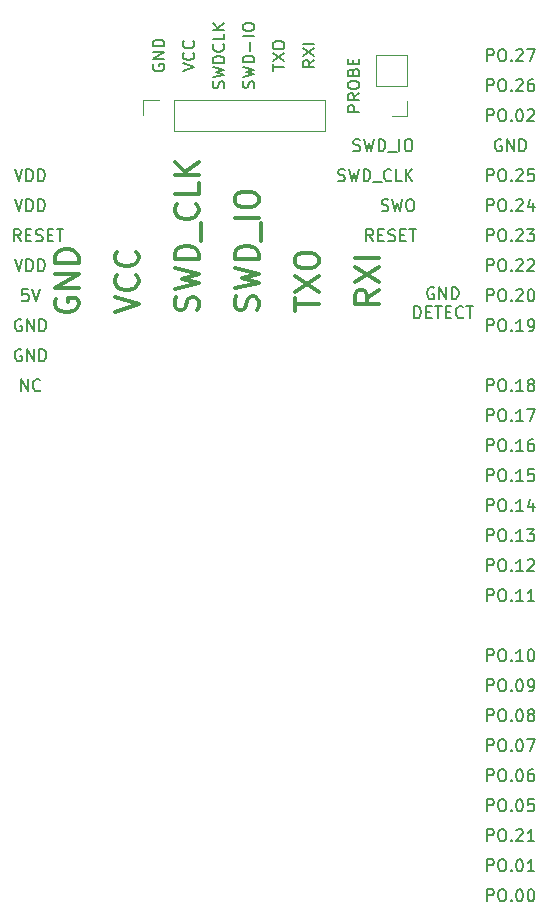
<source format=gbr>
%TF.GenerationSoftware,KiCad,Pcbnew,(6.0.4)*%
%TF.CreationDate,2022-07-05T11:48:25-05:00*%
%TF.ProjectId,nRF52_DK_programmer_shield_v002,6e524635-325f-4444-9b5f-70726f677261,rev?*%
%TF.SameCoordinates,Original*%
%TF.FileFunction,Legend,Top*%
%TF.FilePolarity,Positive*%
%FSLAX46Y46*%
G04 Gerber Fmt 4.6, Leading zero omitted, Abs format (unit mm)*
G04 Created by KiCad (PCBNEW (6.0.4)) date 2022-07-05 11:48:25*
%MOMM*%
%LPD*%
G01*
G04 APERTURE LIST*
%ADD10C,0.150000*%
%ADD11C,0.300000*%
%ADD12C,0.120000*%
G04 APERTURE END LIST*
D10*
X152633980Y-57308095D02*
X151633980Y-57308095D01*
X151633980Y-56927142D01*
X151681600Y-56831904D01*
X151729219Y-56784285D01*
X151824457Y-56736666D01*
X151967314Y-56736666D01*
X152062552Y-56784285D01*
X152110171Y-56831904D01*
X152157790Y-56927142D01*
X152157790Y-57308095D01*
X152633980Y-55736666D02*
X152157790Y-56070000D01*
X152633980Y-56308095D02*
X151633980Y-56308095D01*
X151633980Y-55927142D01*
X151681600Y-55831904D01*
X151729219Y-55784285D01*
X151824457Y-55736666D01*
X151967314Y-55736666D01*
X152062552Y-55784285D01*
X152110171Y-55831904D01*
X152157790Y-55927142D01*
X152157790Y-56308095D01*
X151633980Y-55117619D02*
X151633980Y-54927142D01*
X151681600Y-54831904D01*
X151776838Y-54736666D01*
X151967314Y-54689047D01*
X152300647Y-54689047D01*
X152491123Y-54736666D01*
X152586361Y-54831904D01*
X152633980Y-54927142D01*
X152633980Y-55117619D01*
X152586361Y-55212857D01*
X152491123Y-55308095D01*
X152300647Y-55355714D01*
X151967314Y-55355714D01*
X151776838Y-55308095D01*
X151681600Y-55212857D01*
X151633980Y-55117619D01*
X152110171Y-53927142D02*
X152157790Y-53784285D01*
X152205409Y-53736666D01*
X152300647Y-53689047D01*
X152443504Y-53689047D01*
X152538742Y-53736666D01*
X152586361Y-53784285D01*
X152633980Y-53879523D01*
X152633980Y-54260476D01*
X151633980Y-54260476D01*
X151633980Y-53927142D01*
X151681600Y-53831904D01*
X151729219Y-53784285D01*
X151824457Y-53736666D01*
X151919695Y-53736666D01*
X152014933Y-53784285D01*
X152062552Y-53831904D01*
X152110171Y-53927142D01*
X152110171Y-54260476D01*
X152110171Y-53260476D02*
X152110171Y-52927142D01*
X152633980Y-52784285D02*
X152633980Y-53260476D01*
X151633980Y-53260476D01*
X151633980Y-52784285D01*
X123441666Y-64702380D02*
X123775000Y-65702380D01*
X124108333Y-64702380D01*
X124441666Y-65702380D02*
X124441666Y-64702380D01*
X124679761Y-64702380D01*
X124822619Y-64750000D01*
X124917857Y-64845238D01*
X124965476Y-64940476D01*
X125013095Y-65130952D01*
X125013095Y-65273809D01*
X124965476Y-65464285D01*
X124917857Y-65559523D01*
X124822619Y-65654761D01*
X124679761Y-65702380D01*
X124441666Y-65702380D01*
X125441666Y-65702380D02*
X125441666Y-64702380D01*
X125679761Y-64702380D01*
X125822619Y-64750000D01*
X125917857Y-64845238D01*
X125965476Y-64940476D01*
X126013095Y-65130952D01*
X126013095Y-65273809D01*
X125965476Y-65464285D01*
X125917857Y-65559523D01*
X125822619Y-65654761D01*
X125679761Y-65702380D01*
X125441666Y-65702380D01*
X163438809Y-55542380D02*
X163438809Y-54542380D01*
X163819761Y-54542380D01*
X163915000Y-54590000D01*
X163962619Y-54637619D01*
X164010238Y-54732857D01*
X164010238Y-54875714D01*
X163962619Y-54970952D01*
X163915000Y-55018571D01*
X163819761Y-55066190D01*
X163438809Y-55066190D01*
X164629285Y-54542380D02*
X164819761Y-54542380D01*
X164915000Y-54590000D01*
X165010238Y-54685238D01*
X165057857Y-54875714D01*
X165057857Y-55209047D01*
X165010238Y-55399523D01*
X164915000Y-55494761D01*
X164819761Y-55542380D01*
X164629285Y-55542380D01*
X164534047Y-55494761D01*
X164438809Y-55399523D01*
X164391190Y-55209047D01*
X164391190Y-54875714D01*
X164438809Y-54685238D01*
X164534047Y-54590000D01*
X164629285Y-54542380D01*
X165486428Y-55447142D02*
X165534047Y-55494761D01*
X165486428Y-55542380D01*
X165438809Y-55494761D01*
X165486428Y-55447142D01*
X165486428Y-55542380D01*
X165915000Y-54637619D02*
X165962619Y-54590000D01*
X166057857Y-54542380D01*
X166295952Y-54542380D01*
X166391190Y-54590000D01*
X166438809Y-54637619D01*
X166486428Y-54732857D01*
X166486428Y-54828095D01*
X166438809Y-54970952D01*
X165867380Y-55542380D01*
X166486428Y-55542380D01*
X167343571Y-54542380D02*
X167153095Y-54542380D01*
X167057857Y-54590000D01*
X167010238Y-54637619D01*
X166915000Y-54780476D01*
X166867380Y-54970952D01*
X166867380Y-55351904D01*
X166915000Y-55447142D01*
X166962619Y-55494761D01*
X167057857Y-55542380D01*
X167248333Y-55542380D01*
X167343571Y-55494761D01*
X167391190Y-55447142D01*
X167438809Y-55351904D01*
X167438809Y-55113809D01*
X167391190Y-55018571D01*
X167343571Y-54970952D01*
X167248333Y-54923333D01*
X167057857Y-54923333D01*
X166962619Y-54970952D01*
X166915000Y-55018571D01*
X166867380Y-55113809D01*
X137663980Y-53858333D02*
X138663980Y-53525000D01*
X137663980Y-53191666D01*
X138568742Y-52286904D02*
X138616361Y-52334523D01*
X138663980Y-52477380D01*
X138663980Y-52572619D01*
X138616361Y-52715476D01*
X138521123Y-52810714D01*
X138425885Y-52858333D01*
X138235409Y-52905952D01*
X138092552Y-52905952D01*
X137902076Y-52858333D01*
X137806838Y-52810714D01*
X137711600Y-52715476D01*
X137663980Y-52572619D01*
X137663980Y-52477380D01*
X137711600Y-52334523D01*
X137759219Y-52286904D01*
X138568742Y-51286904D02*
X138616361Y-51334523D01*
X138663980Y-51477380D01*
X138663980Y-51572619D01*
X138616361Y-51715476D01*
X138521123Y-51810714D01*
X138425885Y-51858333D01*
X138235409Y-51905952D01*
X138092552Y-51905952D01*
X137902076Y-51858333D01*
X137806838Y-51810714D01*
X137711600Y-51715476D01*
X137663980Y-51572619D01*
X137663980Y-51477380D01*
X137711600Y-51334523D01*
X137759219Y-51286904D01*
X123441666Y-62162380D02*
X123775000Y-63162380D01*
X124108333Y-62162380D01*
X124441666Y-63162380D02*
X124441666Y-62162380D01*
X124679761Y-62162380D01*
X124822619Y-62210000D01*
X124917857Y-62305238D01*
X124965476Y-62400476D01*
X125013095Y-62590952D01*
X125013095Y-62733809D01*
X124965476Y-62924285D01*
X124917857Y-63019523D01*
X124822619Y-63114761D01*
X124679761Y-63162380D01*
X124441666Y-63162380D01*
X125441666Y-63162380D02*
X125441666Y-62162380D01*
X125679761Y-62162380D01*
X125822619Y-62210000D01*
X125917857Y-62305238D01*
X125965476Y-62400476D01*
X126013095Y-62590952D01*
X126013095Y-62733809D01*
X125965476Y-62924285D01*
X125917857Y-63019523D01*
X125822619Y-63114761D01*
X125679761Y-63162380D01*
X125441666Y-63162380D01*
D11*
X138919523Y-74075714D02*
X139014761Y-73790000D01*
X139014761Y-73313809D01*
X138919523Y-73123333D01*
X138824285Y-73028095D01*
X138633809Y-72932857D01*
X138443333Y-72932857D01*
X138252857Y-73028095D01*
X138157619Y-73123333D01*
X138062380Y-73313809D01*
X137967142Y-73694761D01*
X137871904Y-73885238D01*
X137776666Y-73980476D01*
X137586190Y-74075714D01*
X137395714Y-74075714D01*
X137205238Y-73980476D01*
X137110000Y-73885238D01*
X137014761Y-73694761D01*
X137014761Y-73218571D01*
X137110000Y-72932857D01*
X137014761Y-72266190D02*
X139014761Y-71790000D01*
X137586190Y-71409047D01*
X139014761Y-71028095D01*
X137014761Y-70551904D01*
X139014761Y-69790000D02*
X137014761Y-69790000D01*
X137014761Y-69313809D01*
X137110000Y-69028095D01*
X137300476Y-68837619D01*
X137490952Y-68742380D01*
X137871904Y-68647142D01*
X138157619Y-68647142D01*
X138538571Y-68742380D01*
X138729047Y-68837619D01*
X138919523Y-69028095D01*
X139014761Y-69313809D01*
X139014761Y-69790000D01*
X139205238Y-68266190D02*
X139205238Y-66742380D01*
X138824285Y-65123333D02*
X138919523Y-65218571D01*
X139014761Y-65504285D01*
X139014761Y-65694761D01*
X138919523Y-65980476D01*
X138729047Y-66170952D01*
X138538571Y-66266190D01*
X138157619Y-66361428D01*
X137871904Y-66361428D01*
X137490952Y-66266190D01*
X137300476Y-66170952D01*
X137110000Y-65980476D01*
X137014761Y-65694761D01*
X137014761Y-65504285D01*
X137110000Y-65218571D01*
X137205238Y-65123333D01*
X139014761Y-63313809D02*
X139014761Y-64266190D01*
X137014761Y-64266190D01*
X139014761Y-62647142D02*
X137014761Y-62647142D01*
X139014761Y-61504285D02*
X137871904Y-62361428D01*
X137014761Y-61504285D02*
X138157619Y-62647142D01*
D10*
X163438809Y-111422380D02*
X163438809Y-110422380D01*
X163819761Y-110422380D01*
X163915000Y-110470000D01*
X163962619Y-110517619D01*
X164010238Y-110612857D01*
X164010238Y-110755714D01*
X163962619Y-110850952D01*
X163915000Y-110898571D01*
X163819761Y-110946190D01*
X163438809Y-110946190D01*
X164629285Y-110422380D02*
X164819761Y-110422380D01*
X164915000Y-110470000D01*
X165010238Y-110565238D01*
X165057857Y-110755714D01*
X165057857Y-111089047D01*
X165010238Y-111279523D01*
X164915000Y-111374761D01*
X164819761Y-111422380D01*
X164629285Y-111422380D01*
X164534047Y-111374761D01*
X164438809Y-111279523D01*
X164391190Y-111089047D01*
X164391190Y-110755714D01*
X164438809Y-110565238D01*
X164534047Y-110470000D01*
X164629285Y-110422380D01*
X165486428Y-111327142D02*
X165534047Y-111374761D01*
X165486428Y-111422380D01*
X165438809Y-111374761D01*
X165486428Y-111327142D01*
X165486428Y-111422380D01*
X166153095Y-110422380D02*
X166248333Y-110422380D01*
X166343571Y-110470000D01*
X166391190Y-110517619D01*
X166438809Y-110612857D01*
X166486428Y-110803333D01*
X166486428Y-111041428D01*
X166438809Y-111231904D01*
X166391190Y-111327142D01*
X166343571Y-111374761D01*
X166248333Y-111422380D01*
X166153095Y-111422380D01*
X166057857Y-111374761D01*
X166010238Y-111327142D01*
X165962619Y-111231904D01*
X165915000Y-111041428D01*
X165915000Y-110803333D01*
X165962619Y-110612857D01*
X166010238Y-110517619D01*
X166057857Y-110470000D01*
X166153095Y-110422380D01*
X166819761Y-110422380D02*
X167486428Y-110422380D01*
X167057857Y-111422380D01*
X124584523Y-72322380D02*
X124108333Y-72322380D01*
X124060714Y-72798571D01*
X124108333Y-72750952D01*
X124203571Y-72703333D01*
X124441666Y-72703333D01*
X124536904Y-72750952D01*
X124584523Y-72798571D01*
X124632142Y-72893809D01*
X124632142Y-73131904D01*
X124584523Y-73227142D01*
X124536904Y-73274761D01*
X124441666Y-73322380D01*
X124203571Y-73322380D01*
X124108333Y-73274761D01*
X124060714Y-73227142D01*
X124917857Y-72322380D02*
X125251190Y-73322380D01*
X125584523Y-72322380D01*
X163438809Y-58082380D02*
X163438809Y-57082380D01*
X163819761Y-57082380D01*
X163915000Y-57130000D01*
X163962619Y-57177619D01*
X164010238Y-57272857D01*
X164010238Y-57415714D01*
X163962619Y-57510952D01*
X163915000Y-57558571D01*
X163819761Y-57606190D01*
X163438809Y-57606190D01*
X164629285Y-57082380D02*
X164819761Y-57082380D01*
X164915000Y-57130000D01*
X165010238Y-57225238D01*
X165057857Y-57415714D01*
X165057857Y-57749047D01*
X165010238Y-57939523D01*
X164915000Y-58034761D01*
X164819761Y-58082380D01*
X164629285Y-58082380D01*
X164534047Y-58034761D01*
X164438809Y-57939523D01*
X164391190Y-57749047D01*
X164391190Y-57415714D01*
X164438809Y-57225238D01*
X164534047Y-57130000D01*
X164629285Y-57082380D01*
X165486428Y-57987142D02*
X165534047Y-58034761D01*
X165486428Y-58082380D01*
X165438809Y-58034761D01*
X165486428Y-57987142D01*
X165486428Y-58082380D01*
X166153095Y-57082380D02*
X166248333Y-57082380D01*
X166343571Y-57130000D01*
X166391190Y-57177619D01*
X166438809Y-57272857D01*
X166486428Y-57463333D01*
X166486428Y-57701428D01*
X166438809Y-57891904D01*
X166391190Y-57987142D01*
X166343571Y-58034761D01*
X166248333Y-58082380D01*
X166153095Y-58082380D01*
X166057857Y-58034761D01*
X166010238Y-57987142D01*
X165962619Y-57891904D01*
X165915000Y-57701428D01*
X165915000Y-57463333D01*
X165962619Y-57272857D01*
X166010238Y-57177619D01*
X166057857Y-57130000D01*
X166153095Y-57082380D01*
X166867380Y-57177619D02*
X166915000Y-57130000D01*
X167010238Y-57082380D01*
X167248333Y-57082380D01*
X167343571Y-57130000D01*
X167391190Y-57177619D01*
X167438809Y-57272857D01*
X167438809Y-57368095D01*
X167391190Y-57510952D01*
X166819761Y-58082380D01*
X167438809Y-58082380D01*
X148823980Y-52929761D02*
X148347790Y-53263095D01*
X148823980Y-53501190D02*
X147823980Y-53501190D01*
X147823980Y-53120238D01*
X147871600Y-53025000D01*
X147919219Y-52977380D01*
X148014457Y-52929761D01*
X148157314Y-52929761D01*
X148252552Y-52977380D01*
X148300171Y-53025000D01*
X148347790Y-53120238D01*
X148347790Y-53501190D01*
X147823980Y-52596428D02*
X148823980Y-51929761D01*
X147823980Y-51929761D02*
X148823980Y-52596428D01*
X148823980Y-51548809D02*
X147823980Y-51548809D01*
D11*
X154254761Y-72409523D02*
X153302380Y-73076190D01*
X154254761Y-73552380D02*
X152254761Y-73552380D01*
X152254761Y-72790476D01*
X152350000Y-72600000D01*
X152445238Y-72504761D01*
X152635714Y-72409523D01*
X152921428Y-72409523D01*
X153111904Y-72504761D01*
X153207142Y-72600000D01*
X153302380Y-72790476D01*
X153302380Y-73552380D01*
X152254761Y-71742857D02*
X154254761Y-70409523D01*
X152254761Y-70409523D02*
X154254761Y-71742857D01*
X154254761Y-69647619D02*
X152254761Y-69647619D01*
D10*
X163438809Y-53002380D02*
X163438809Y-52002380D01*
X163819761Y-52002380D01*
X163915000Y-52050000D01*
X163962619Y-52097619D01*
X164010238Y-52192857D01*
X164010238Y-52335714D01*
X163962619Y-52430952D01*
X163915000Y-52478571D01*
X163819761Y-52526190D01*
X163438809Y-52526190D01*
X164629285Y-52002380D02*
X164819761Y-52002380D01*
X164915000Y-52050000D01*
X165010238Y-52145238D01*
X165057857Y-52335714D01*
X165057857Y-52669047D01*
X165010238Y-52859523D01*
X164915000Y-52954761D01*
X164819761Y-53002380D01*
X164629285Y-53002380D01*
X164534047Y-52954761D01*
X164438809Y-52859523D01*
X164391190Y-52669047D01*
X164391190Y-52335714D01*
X164438809Y-52145238D01*
X164534047Y-52050000D01*
X164629285Y-52002380D01*
X165486428Y-52907142D02*
X165534047Y-52954761D01*
X165486428Y-53002380D01*
X165438809Y-52954761D01*
X165486428Y-52907142D01*
X165486428Y-53002380D01*
X165915000Y-52097619D02*
X165962619Y-52050000D01*
X166057857Y-52002380D01*
X166295952Y-52002380D01*
X166391190Y-52050000D01*
X166438809Y-52097619D01*
X166486428Y-52192857D01*
X166486428Y-52288095D01*
X166438809Y-52430952D01*
X165867380Y-53002380D01*
X166486428Y-53002380D01*
X166819761Y-52002380D02*
X167486428Y-52002380D01*
X167057857Y-53002380D01*
X163438809Y-80942380D02*
X163438809Y-79942380D01*
X163819761Y-79942380D01*
X163915000Y-79990000D01*
X163962619Y-80037619D01*
X164010238Y-80132857D01*
X164010238Y-80275714D01*
X163962619Y-80370952D01*
X163915000Y-80418571D01*
X163819761Y-80466190D01*
X163438809Y-80466190D01*
X164629285Y-79942380D02*
X164819761Y-79942380D01*
X164915000Y-79990000D01*
X165010238Y-80085238D01*
X165057857Y-80275714D01*
X165057857Y-80609047D01*
X165010238Y-80799523D01*
X164915000Y-80894761D01*
X164819761Y-80942380D01*
X164629285Y-80942380D01*
X164534047Y-80894761D01*
X164438809Y-80799523D01*
X164391190Y-80609047D01*
X164391190Y-80275714D01*
X164438809Y-80085238D01*
X164534047Y-79990000D01*
X164629285Y-79942380D01*
X165486428Y-80847142D02*
X165534047Y-80894761D01*
X165486428Y-80942380D01*
X165438809Y-80894761D01*
X165486428Y-80847142D01*
X165486428Y-80942380D01*
X166486428Y-80942380D02*
X165915000Y-80942380D01*
X166200714Y-80942380D02*
X166200714Y-79942380D01*
X166105476Y-80085238D01*
X166010238Y-80180476D01*
X165915000Y-80228095D01*
X167057857Y-80370952D02*
X166962619Y-80323333D01*
X166915000Y-80275714D01*
X166867380Y-80180476D01*
X166867380Y-80132857D01*
X166915000Y-80037619D01*
X166962619Y-79990000D01*
X167057857Y-79942380D01*
X167248333Y-79942380D01*
X167343571Y-79990000D01*
X167391190Y-80037619D01*
X167438809Y-80132857D01*
X167438809Y-80180476D01*
X167391190Y-80275714D01*
X167343571Y-80323333D01*
X167248333Y-80370952D01*
X167057857Y-80370952D01*
X166962619Y-80418571D01*
X166915000Y-80466190D01*
X166867380Y-80561428D01*
X166867380Y-80751904D01*
X166915000Y-80847142D01*
X166962619Y-80894761D01*
X167057857Y-80942380D01*
X167248333Y-80942380D01*
X167343571Y-80894761D01*
X167391190Y-80847142D01*
X167438809Y-80751904D01*
X167438809Y-80561428D01*
X167391190Y-80466190D01*
X167343571Y-80418571D01*
X167248333Y-80370952D01*
X163438809Y-121582380D02*
X163438809Y-120582380D01*
X163819761Y-120582380D01*
X163915000Y-120630000D01*
X163962619Y-120677619D01*
X164010238Y-120772857D01*
X164010238Y-120915714D01*
X163962619Y-121010952D01*
X163915000Y-121058571D01*
X163819761Y-121106190D01*
X163438809Y-121106190D01*
X164629285Y-120582380D02*
X164819761Y-120582380D01*
X164915000Y-120630000D01*
X165010238Y-120725238D01*
X165057857Y-120915714D01*
X165057857Y-121249047D01*
X165010238Y-121439523D01*
X164915000Y-121534761D01*
X164819761Y-121582380D01*
X164629285Y-121582380D01*
X164534047Y-121534761D01*
X164438809Y-121439523D01*
X164391190Y-121249047D01*
X164391190Y-120915714D01*
X164438809Y-120725238D01*
X164534047Y-120630000D01*
X164629285Y-120582380D01*
X165486428Y-121487142D02*
X165534047Y-121534761D01*
X165486428Y-121582380D01*
X165438809Y-121534761D01*
X165486428Y-121487142D01*
X165486428Y-121582380D01*
X166153095Y-120582380D02*
X166248333Y-120582380D01*
X166343571Y-120630000D01*
X166391190Y-120677619D01*
X166438809Y-120772857D01*
X166486428Y-120963333D01*
X166486428Y-121201428D01*
X166438809Y-121391904D01*
X166391190Y-121487142D01*
X166343571Y-121534761D01*
X166248333Y-121582380D01*
X166153095Y-121582380D01*
X166057857Y-121534761D01*
X166010238Y-121487142D01*
X165962619Y-121391904D01*
X165915000Y-121201428D01*
X165915000Y-120963333D01*
X165962619Y-120772857D01*
X166010238Y-120677619D01*
X166057857Y-120630000D01*
X166153095Y-120582380D01*
X167438809Y-121582380D02*
X166867380Y-121582380D01*
X167153095Y-121582380D02*
X167153095Y-120582380D01*
X167057857Y-120725238D01*
X166962619Y-120820476D01*
X166867380Y-120868095D01*
X163438809Y-68242380D02*
X163438809Y-67242380D01*
X163819761Y-67242380D01*
X163915000Y-67290000D01*
X163962619Y-67337619D01*
X164010238Y-67432857D01*
X164010238Y-67575714D01*
X163962619Y-67670952D01*
X163915000Y-67718571D01*
X163819761Y-67766190D01*
X163438809Y-67766190D01*
X164629285Y-67242380D02*
X164819761Y-67242380D01*
X164915000Y-67290000D01*
X165010238Y-67385238D01*
X165057857Y-67575714D01*
X165057857Y-67909047D01*
X165010238Y-68099523D01*
X164915000Y-68194761D01*
X164819761Y-68242380D01*
X164629285Y-68242380D01*
X164534047Y-68194761D01*
X164438809Y-68099523D01*
X164391190Y-67909047D01*
X164391190Y-67575714D01*
X164438809Y-67385238D01*
X164534047Y-67290000D01*
X164629285Y-67242380D01*
X165486428Y-68147142D02*
X165534047Y-68194761D01*
X165486428Y-68242380D01*
X165438809Y-68194761D01*
X165486428Y-68147142D01*
X165486428Y-68242380D01*
X165915000Y-67337619D02*
X165962619Y-67290000D01*
X166057857Y-67242380D01*
X166295952Y-67242380D01*
X166391190Y-67290000D01*
X166438809Y-67337619D01*
X166486428Y-67432857D01*
X166486428Y-67528095D01*
X166438809Y-67670952D01*
X165867380Y-68242380D01*
X166486428Y-68242380D01*
X166819761Y-67242380D02*
X167438809Y-67242380D01*
X167105476Y-67623333D01*
X167248333Y-67623333D01*
X167343571Y-67670952D01*
X167391190Y-67718571D01*
X167438809Y-67813809D01*
X167438809Y-68051904D01*
X167391190Y-68147142D01*
X167343571Y-68194761D01*
X167248333Y-68242380D01*
X166962619Y-68242380D01*
X166867380Y-68194761D01*
X166819761Y-68147142D01*
X163438809Y-119042380D02*
X163438809Y-118042380D01*
X163819761Y-118042380D01*
X163915000Y-118090000D01*
X163962619Y-118137619D01*
X164010238Y-118232857D01*
X164010238Y-118375714D01*
X163962619Y-118470952D01*
X163915000Y-118518571D01*
X163819761Y-118566190D01*
X163438809Y-118566190D01*
X164629285Y-118042380D02*
X164819761Y-118042380D01*
X164915000Y-118090000D01*
X165010238Y-118185238D01*
X165057857Y-118375714D01*
X165057857Y-118709047D01*
X165010238Y-118899523D01*
X164915000Y-118994761D01*
X164819761Y-119042380D01*
X164629285Y-119042380D01*
X164534047Y-118994761D01*
X164438809Y-118899523D01*
X164391190Y-118709047D01*
X164391190Y-118375714D01*
X164438809Y-118185238D01*
X164534047Y-118090000D01*
X164629285Y-118042380D01*
X165486428Y-118947142D02*
X165534047Y-118994761D01*
X165486428Y-119042380D01*
X165438809Y-118994761D01*
X165486428Y-118947142D01*
X165486428Y-119042380D01*
X165915000Y-118137619D02*
X165962619Y-118090000D01*
X166057857Y-118042380D01*
X166295952Y-118042380D01*
X166391190Y-118090000D01*
X166438809Y-118137619D01*
X166486428Y-118232857D01*
X166486428Y-118328095D01*
X166438809Y-118470952D01*
X165867380Y-119042380D01*
X166486428Y-119042380D01*
X167438809Y-119042380D02*
X166867380Y-119042380D01*
X167153095Y-119042380D02*
X167153095Y-118042380D01*
X167057857Y-118185238D01*
X166962619Y-118280476D01*
X166867380Y-118328095D01*
X124013095Y-74910000D02*
X123917857Y-74862380D01*
X123775000Y-74862380D01*
X123632142Y-74910000D01*
X123536904Y-75005238D01*
X123489285Y-75100476D01*
X123441666Y-75290952D01*
X123441666Y-75433809D01*
X123489285Y-75624285D01*
X123536904Y-75719523D01*
X123632142Y-75814761D01*
X123775000Y-75862380D01*
X123870238Y-75862380D01*
X124013095Y-75814761D01*
X124060714Y-75767142D01*
X124060714Y-75433809D01*
X123870238Y-75433809D01*
X124489285Y-75862380D02*
X124489285Y-74862380D01*
X125060714Y-75862380D01*
X125060714Y-74862380D01*
X125536904Y-75862380D02*
X125536904Y-74862380D01*
X125775000Y-74862380D01*
X125917857Y-74910000D01*
X126013095Y-75005238D01*
X126060714Y-75100476D01*
X126108333Y-75290952D01*
X126108333Y-75433809D01*
X126060714Y-75624285D01*
X126013095Y-75719523D01*
X125917857Y-75814761D01*
X125775000Y-75862380D01*
X125536904Y-75862380D01*
X163438809Y-63162380D02*
X163438809Y-62162380D01*
X163819761Y-62162380D01*
X163915000Y-62210000D01*
X163962619Y-62257619D01*
X164010238Y-62352857D01*
X164010238Y-62495714D01*
X163962619Y-62590952D01*
X163915000Y-62638571D01*
X163819761Y-62686190D01*
X163438809Y-62686190D01*
X164629285Y-62162380D02*
X164819761Y-62162380D01*
X164915000Y-62210000D01*
X165010238Y-62305238D01*
X165057857Y-62495714D01*
X165057857Y-62829047D01*
X165010238Y-63019523D01*
X164915000Y-63114761D01*
X164819761Y-63162380D01*
X164629285Y-63162380D01*
X164534047Y-63114761D01*
X164438809Y-63019523D01*
X164391190Y-62829047D01*
X164391190Y-62495714D01*
X164438809Y-62305238D01*
X164534047Y-62210000D01*
X164629285Y-62162380D01*
X165486428Y-63067142D02*
X165534047Y-63114761D01*
X165486428Y-63162380D01*
X165438809Y-63114761D01*
X165486428Y-63067142D01*
X165486428Y-63162380D01*
X165915000Y-62257619D02*
X165962619Y-62210000D01*
X166057857Y-62162380D01*
X166295952Y-62162380D01*
X166391190Y-62210000D01*
X166438809Y-62257619D01*
X166486428Y-62352857D01*
X166486428Y-62448095D01*
X166438809Y-62590952D01*
X165867380Y-63162380D01*
X166486428Y-63162380D01*
X167391190Y-62162380D02*
X166915000Y-62162380D01*
X166867380Y-62638571D01*
X166915000Y-62590952D01*
X167010238Y-62543333D01*
X167248333Y-62543333D01*
X167343571Y-62590952D01*
X167391190Y-62638571D01*
X167438809Y-62733809D01*
X167438809Y-62971904D01*
X167391190Y-63067142D01*
X167343571Y-63114761D01*
X167248333Y-63162380D01*
X167010238Y-63162380D01*
X166915000Y-63114761D01*
X166867380Y-63067142D01*
X163438809Y-106342380D02*
X163438809Y-105342380D01*
X163819761Y-105342380D01*
X163915000Y-105390000D01*
X163962619Y-105437619D01*
X164010238Y-105532857D01*
X164010238Y-105675714D01*
X163962619Y-105770952D01*
X163915000Y-105818571D01*
X163819761Y-105866190D01*
X163438809Y-105866190D01*
X164629285Y-105342380D02*
X164819761Y-105342380D01*
X164915000Y-105390000D01*
X165010238Y-105485238D01*
X165057857Y-105675714D01*
X165057857Y-106009047D01*
X165010238Y-106199523D01*
X164915000Y-106294761D01*
X164819761Y-106342380D01*
X164629285Y-106342380D01*
X164534047Y-106294761D01*
X164438809Y-106199523D01*
X164391190Y-106009047D01*
X164391190Y-105675714D01*
X164438809Y-105485238D01*
X164534047Y-105390000D01*
X164629285Y-105342380D01*
X165486428Y-106247142D02*
X165534047Y-106294761D01*
X165486428Y-106342380D01*
X165438809Y-106294761D01*
X165486428Y-106247142D01*
X165486428Y-106342380D01*
X166153095Y-105342380D02*
X166248333Y-105342380D01*
X166343571Y-105390000D01*
X166391190Y-105437619D01*
X166438809Y-105532857D01*
X166486428Y-105723333D01*
X166486428Y-105961428D01*
X166438809Y-106151904D01*
X166391190Y-106247142D01*
X166343571Y-106294761D01*
X166248333Y-106342380D01*
X166153095Y-106342380D01*
X166057857Y-106294761D01*
X166010238Y-106247142D01*
X165962619Y-106151904D01*
X165915000Y-105961428D01*
X165915000Y-105723333D01*
X165962619Y-105532857D01*
X166010238Y-105437619D01*
X166057857Y-105390000D01*
X166153095Y-105342380D01*
X166962619Y-106342380D02*
X167153095Y-106342380D01*
X167248333Y-106294761D01*
X167295952Y-106247142D01*
X167391190Y-106104285D01*
X167438809Y-105913809D01*
X167438809Y-105532857D01*
X167391190Y-105437619D01*
X167343571Y-105390000D01*
X167248333Y-105342380D01*
X167057857Y-105342380D01*
X166962619Y-105390000D01*
X166915000Y-105437619D01*
X166867380Y-105532857D01*
X166867380Y-105770952D01*
X166915000Y-105866190D01*
X166962619Y-105913809D01*
X167057857Y-105961428D01*
X167248333Y-105961428D01*
X167343571Y-105913809D01*
X167391190Y-105866190D01*
X167438809Y-105770952D01*
X163438809Y-91102380D02*
X163438809Y-90102380D01*
X163819761Y-90102380D01*
X163915000Y-90150000D01*
X163962619Y-90197619D01*
X164010238Y-90292857D01*
X164010238Y-90435714D01*
X163962619Y-90530952D01*
X163915000Y-90578571D01*
X163819761Y-90626190D01*
X163438809Y-90626190D01*
X164629285Y-90102380D02*
X164819761Y-90102380D01*
X164915000Y-90150000D01*
X165010238Y-90245238D01*
X165057857Y-90435714D01*
X165057857Y-90769047D01*
X165010238Y-90959523D01*
X164915000Y-91054761D01*
X164819761Y-91102380D01*
X164629285Y-91102380D01*
X164534047Y-91054761D01*
X164438809Y-90959523D01*
X164391190Y-90769047D01*
X164391190Y-90435714D01*
X164438809Y-90245238D01*
X164534047Y-90150000D01*
X164629285Y-90102380D01*
X165486428Y-91007142D02*
X165534047Y-91054761D01*
X165486428Y-91102380D01*
X165438809Y-91054761D01*
X165486428Y-91007142D01*
X165486428Y-91102380D01*
X166486428Y-91102380D02*
X165915000Y-91102380D01*
X166200714Y-91102380D02*
X166200714Y-90102380D01*
X166105476Y-90245238D01*
X166010238Y-90340476D01*
X165915000Y-90388095D01*
X167343571Y-90435714D02*
X167343571Y-91102380D01*
X167105476Y-90054761D02*
X166867380Y-90769047D01*
X167486428Y-90769047D01*
D11*
X131934761Y-74266666D02*
X133934761Y-73600000D01*
X131934761Y-72933333D01*
X133744285Y-71123809D02*
X133839523Y-71219047D01*
X133934761Y-71504761D01*
X133934761Y-71695238D01*
X133839523Y-71980952D01*
X133649047Y-72171428D01*
X133458571Y-72266666D01*
X133077619Y-72361904D01*
X132791904Y-72361904D01*
X132410952Y-72266666D01*
X132220476Y-72171428D01*
X132030000Y-71980952D01*
X131934761Y-71695238D01*
X131934761Y-71504761D01*
X132030000Y-71219047D01*
X132125238Y-71123809D01*
X133744285Y-69123809D02*
X133839523Y-69219047D01*
X133934761Y-69504761D01*
X133934761Y-69695238D01*
X133839523Y-69980952D01*
X133649047Y-70171428D01*
X133458571Y-70266666D01*
X133077619Y-70361904D01*
X132791904Y-70361904D01*
X132410952Y-70266666D01*
X132220476Y-70171428D01*
X132030000Y-69980952D01*
X131934761Y-69695238D01*
X131934761Y-69504761D01*
X132030000Y-69219047D01*
X132125238Y-69123809D01*
D10*
X145283980Y-53810714D02*
X145283980Y-53239285D01*
X146283980Y-53525000D02*
X145283980Y-53525000D01*
X145283980Y-53001190D02*
X146283980Y-52334523D01*
X145283980Y-52334523D02*
X146283980Y-53001190D01*
X145283980Y-51763095D02*
X145283980Y-51572619D01*
X145331600Y-51477380D01*
X145426838Y-51382142D01*
X145617314Y-51334523D01*
X145950647Y-51334523D01*
X146141123Y-51382142D01*
X146236361Y-51477380D01*
X146283980Y-51572619D01*
X146283980Y-51763095D01*
X146236361Y-51858333D01*
X146141123Y-51953571D01*
X145950647Y-52001190D01*
X145617314Y-52001190D01*
X145426838Y-51953571D01*
X145331600Y-51858333D01*
X145283980Y-51763095D01*
D11*
X143999523Y-74060000D02*
X144094761Y-73774285D01*
X144094761Y-73298095D01*
X143999523Y-73107619D01*
X143904285Y-73012380D01*
X143713809Y-72917142D01*
X143523333Y-72917142D01*
X143332857Y-73012380D01*
X143237619Y-73107619D01*
X143142380Y-73298095D01*
X143047142Y-73679047D01*
X142951904Y-73869523D01*
X142856666Y-73964761D01*
X142666190Y-74060000D01*
X142475714Y-74060000D01*
X142285238Y-73964761D01*
X142190000Y-73869523D01*
X142094761Y-73679047D01*
X142094761Y-73202857D01*
X142190000Y-72917142D01*
X142094761Y-72250476D02*
X144094761Y-71774285D01*
X142666190Y-71393333D01*
X144094761Y-71012380D01*
X142094761Y-70536190D01*
X144094761Y-69774285D02*
X142094761Y-69774285D01*
X142094761Y-69298095D01*
X142190000Y-69012380D01*
X142380476Y-68821904D01*
X142570952Y-68726666D01*
X142951904Y-68631428D01*
X143237619Y-68631428D01*
X143618571Y-68726666D01*
X143809047Y-68821904D01*
X143999523Y-69012380D01*
X144094761Y-69298095D01*
X144094761Y-69774285D01*
X144285238Y-68250476D02*
X144285238Y-66726666D01*
X144094761Y-66250476D02*
X142094761Y-66250476D01*
X142094761Y-64917142D02*
X142094761Y-64536190D01*
X142190000Y-64345714D01*
X142380476Y-64155238D01*
X142761428Y-64060000D01*
X143428095Y-64060000D01*
X143809047Y-64155238D01*
X143999523Y-64345714D01*
X144094761Y-64536190D01*
X144094761Y-64917142D01*
X143999523Y-65107619D01*
X143809047Y-65298095D01*
X143428095Y-65393333D01*
X142761428Y-65393333D01*
X142380476Y-65298095D01*
X142190000Y-65107619D01*
X142094761Y-64917142D01*
D10*
X163438809Y-103802380D02*
X163438809Y-102802380D01*
X163819761Y-102802380D01*
X163915000Y-102850000D01*
X163962619Y-102897619D01*
X164010238Y-102992857D01*
X164010238Y-103135714D01*
X163962619Y-103230952D01*
X163915000Y-103278571D01*
X163819761Y-103326190D01*
X163438809Y-103326190D01*
X164629285Y-102802380D02*
X164819761Y-102802380D01*
X164915000Y-102850000D01*
X165010238Y-102945238D01*
X165057857Y-103135714D01*
X165057857Y-103469047D01*
X165010238Y-103659523D01*
X164915000Y-103754761D01*
X164819761Y-103802380D01*
X164629285Y-103802380D01*
X164534047Y-103754761D01*
X164438809Y-103659523D01*
X164391190Y-103469047D01*
X164391190Y-103135714D01*
X164438809Y-102945238D01*
X164534047Y-102850000D01*
X164629285Y-102802380D01*
X165486428Y-103707142D02*
X165534047Y-103754761D01*
X165486428Y-103802380D01*
X165438809Y-103754761D01*
X165486428Y-103707142D01*
X165486428Y-103802380D01*
X166486428Y-103802380D02*
X165915000Y-103802380D01*
X166200714Y-103802380D02*
X166200714Y-102802380D01*
X166105476Y-102945238D01*
X166010238Y-103040476D01*
X165915000Y-103088095D01*
X167105476Y-102802380D02*
X167200714Y-102802380D01*
X167295952Y-102850000D01*
X167343571Y-102897619D01*
X167391190Y-102992857D01*
X167438809Y-103183333D01*
X167438809Y-103421428D01*
X167391190Y-103611904D01*
X167343571Y-103707142D01*
X167295952Y-103754761D01*
X167200714Y-103802380D01*
X167105476Y-103802380D01*
X167010238Y-103754761D01*
X166962619Y-103707142D01*
X166915000Y-103611904D01*
X166867380Y-103421428D01*
X166867380Y-103183333D01*
X166915000Y-102992857D01*
X166962619Y-102897619D01*
X167010238Y-102850000D01*
X167105476Y-102802380D01*
X141156361Y-55286904D02*
X141203980Y-55144047D01*
X141203980Y-54905952D01*
X141156361Y-54810714D01*
X141108742Y-54763095D01*
X141013504Y-54715476D01*
X140918266Y-54715476D01*
X140823028Y-54763095D01*
X140775409Y-54810714D01*
X140727790Y-54905952D01*
X140680171Y-55096428D01*
X140632552Y-55191666D01*
X140584933Y-55239285D01*
X140489695Y-55286904D01*
X140394457Y-55286904D01*
X140299219Y-55239285D01*
X140251600Y-55191666D01*
X140203980Y-55096428D01*
X140203980Y-54858333D01*
X140251600Y-54715476D01*
X140203980Y-54382142D02*
X141203980Y-54144047D01*
X140489695Y-53953571D01*
X141203980Y-53763095D01*
X140203980Y-53525000D01*
X141203980Y-53144047D02*
X140203980Y-53144047D01*
X140203980Y-52905952D01*
X140251600Y-52763095D01*
X140346838Y-52667857D01*
X140442076Y-52620238D01*
X140632552Y-52572619D01*
X140775409Y-52572619D01*
X140965885Y-52620238D01*
X141061123Y-52667857D01*
X141156361Y-52763095D01*
X141203980Y-52905952D01*
X141203980Y-53144047D01*
X141108742Y-51572619D02*
X141156361Y-51620238D01*
X141203980Y-51763095D01*
X141203980Y-51858333D01*
X141156361Y-52001190D01*
X141061123Y-52096428D01*
X140965885Y-52144047D01*
X140775409Y-52191666D01*
X140632552Y-52191666D01*
X140442076Y-52144047D01*
X140346838Y-52096428D01*
X140251600Y-52001190D01*
X140203980Y-51858333D01*
X140203980Y-51763095D01*
X140251600Y-51620238D01*
X140299219Y-51572619D01*
X141203980Y-50667857D02*
X141203980Y-51144047D01*
X140203980Y-51144047D01*
X141203980Y-50334523D02*
X140203980Y-50334523D01*
X141203980Y-49763095D02*
X140632552Y-50191666D01*
X140203980Y-49763095D02*
X140775409Y-50334523D01*
X124013095Y-77450000D02*
X123917857Y-77402380D01*
X123775000Y-77402380D01*
X123632142Y-77450000D01*
X123536904Y-77545238D01*
X123489285Y-77640476D01*
X123441666Y-77830952D01*
X123441666Y-77973809D01*
X123489285Y-78164285D01*
X123536904Y-78259523D01*
X123632142Y-78354761D01*
X123775000Y-78402380D01*
X123870238Y-78402380D01*
X124013095Y-78354761D01*
X124060714Y-78307142D01*
X124060714Y-77973809D01*
X123870238Y-77973809D01*
X124489285Y-78402380D02*
X124489285Y-77402380D01*
X125060714Y-78402380D01*
X125060714Y-77402380D01*
X125536904Y-78402380D02*
X125536904Y-77402380D01*
X125775000Y-77402380D01*
X125917857Y-77450000D01*
X126013095Y-77545238D01*
X126060714Y-77640476D01*
X126108333Y-77830952D01*
X126108333Y-77973809D01*
X126060714Y-78164285D01*
X126013095Y-78259523D01*
X125917857Y-78354761D01*
X125775000Y-78402380D01*
X125536904Y-78402380D01*
X163438809Y-116502380D02*
X163438809Y-115502380D01*
X163819761Y-115502380D01*
X163915000Y-115550000D01*
X163962619Y-115597619D01*
X164010238Y-115692857D01*
X164010238Y-115835714D01*
X163962619Y-115930952D01*
X163915000Y-115978571D01*
X163819761Y-116026190D01*
X163438809Y-116026190D01*
X164629285Y-115502380D02*
X164819761Y-115502380D01*
X164915000Y-115550000D01*
X165010238Y-115645238D01*
X165057857Y-115835714D01*
X165057857Y-116169047D01*
X165010238Y-116359523D01*
X164915000Y-116454761D01*
X164819761Y-116502380D01*
X164629285Y-116502380D01*
X164534047Y-116454761D01*
X164438809Y-116359523D01*
X164391190Y-116169047D01*
X164391190Y-115835714D01*
X164438809Y-115645238D01*
X164534047Y-115550000D01*
X164629285Y-115502380D01*
X165486428Y-116407142D02*
X165534047Y-116454761D01*
X165486428Y-116502380D01*
X165438809Y-116454761D01*
X165486428Y-116407142D01*
X165486428Y-116502380D01*
X166153095Y-115502380D02*
X166248333Y-115502380D01*
X166343571Y-115550000D01*
X166391190Y-115597619D01*
X166438809Y-115692857D01*
X166486428Y-115883333D01*
X166486428Y-116121428D01*
X166438809Y-116311904D01*
X166391190Y-116407142D01*
X166343571Y-116454761D01*
X166248333Y-116502380D01*
X166153095Y-116502380D01*
X166057857Y-116454761D01*
X166010238Y-116407142D01*
X165962619Y-116311904D01*
X165915000Y-116121428D01*
X165915000Y-115883333D01*
X165962619Y-115692857D01*
X166010238Y-115597619D01*
X166057857Y-115550000D01*
X166153095Y-115502380D01*
X167391190Y-115502380D02*
X166915000Y-115502380D01*
X166867380Y-115978571D01*
X166915000Y-115930952D01*
X167010238Y-115883333D01*
X167248333Y-115883333D01*
X167343571Y-115930952D01*
X167391190Y-115978571D01*
X167438809Y-116073809D01*
X167438809Y-116311904D01*
X167391190Y-116407142D01*
X167343571Y-116454761D01*
X167248333Y-116502380D01*
X167010238Y-116502380D01*
X166915000Y-116454761D01*
X166867380Y-116407142D01*
X150842142Y-63114761D02*
X150985000Y-63162380D01*
X151223095Y-63162380D01*
X151318333Y-63114761D01*
X151365952Y-63067142D01*
X151413571Y-62971904D01*
X151413571Y-62876666D01*
X151365952Y-62781428D01*
X151318333Y-62733809D01*
X151223095Y-62686190D01*
X151032619Y-62638571D01*
X150937380Y-62590952D01*
X150889761Y-62543333D01*
X150842142Y-62448095D01*
X150842142Y-62352857D01*
X150889761Y-62257619D01*
X150937380Y-62210000D01*
X151032619Y-62162380D01*
X151270714Y-62162380D01*
X151413571Y-62210000D01*
X151746904Y-62162380D02*
X151985000Y-63162380D01*
X152175476Y-62448095D01*
X152365952Y-63162380D01*
X152604047Y-62162380D01*
X152985000Y-63162380D02*
X152985000Y-62162380D01*
X153223095Y-62162380D01*
X153365952Y-62210000D01*
X153461190Y-62305238D01*
X153508809Y-62400476D01*
X153556428Y-62590952D01*
X153556428Y-62733809D01*
X153508809Y-62924285D01*
X153461190Y-63019523D01*
X153365952Y-63114761D01*
X153223095Y-63162380D01*
X152985000Y-63162380D01*
X153746904Y-63257619D02*
X154508809Y-63257619D01*
X155318333Y-63067142D02*
X155270714Y-63114761D01*
X155127857Y-63162380D01*
X155032619Y-63162380D01*
X154889761Y-63114761D01*
X154794523Y-63019523D01*
X154746904Y-62924285D01*
X154699285Y-62733809D01*
X154699285Y-62590952D01*
X154746904Y-62400476D01*
X154794523Y-62305238D01*
X154889761Y-62210000D01*
X155032619Y-62162380D01*
X155127857Y-62162380D01*
X155270714Y-62210000D01*
X155318333Y-62257619D01*
X156223095Y-63162380D02*
X155746904Y-63162380D01*
X155746904Y-62162380D01*
X156556428Y-63162380D02*
X156556428Y-62162380D01*
X157127857Y-63162380D02*
X156699285Y-62590952D01*
X157127857Y-62162380D02*
X156556428Y-62733809D01*
X163438809Y-124122380D02*
X163438809Y-123122380D01*
X163819761Y-123122380D01*
X163915000Y-123170000D01*
X163962619Y-123217619D01*
X164010238Y-123312857D01*
X164010238Y-123455714D01*
X163962619Y-123550952D01*
X163915000Y-123598571D01*
X163819761Y-123646190D01*
X163438809Y-123646190D01*
X164629285Y-123122380D02*
X164819761Y-123122380D01*
X164915000Y-123170000D01*
X165010238Y-123265238D01*
X165057857Y-123455714D01*
X165057857Y-123789047D01*
X165010238Y-123979523D01*
X164915000Y-124074761D01*
X164819761Y-124122380D01*
X164629285Y-124122380D01*
X164534047Y-124074761D01*
X164438809Y-123979523D01*
X164391190Y-123789047D01*
X164391190Y-123455714D01*
X164438809Y-123265238D01*
X164534047Y-123170000D01*
X164629285Y-123122380D01*
X165486428Y-124027142D02*
X165534047Y-124074761D01*
X165486428Y-124122380D01*
X165438809Y-124074761D01*
X165486428Y-124027142D01*
X165486428Y-124122380D01*
X166153095Y-123122380D02*
X166248333Y-123122380D01*
X166343571Y-123170000D01*
X166391190Y-123217619D01*
X166438809Y-123312857D01*
X166486428Y-123503333D01*
X166486428Y-123741428D01*
X166438809Y-123931904D01*
X166391190Y-124027142D01*
X166343571Y-124074761D01*
X166248333Y-124122380D01*
X166153095Y-124122380D01*
X166057857Y-124074761D01*
X166010238Y-124027142D01*
X165962619Y-123931904D01*
X165915000Y-123741428D01*
X165915000Y-123503333D01*
X165962619Y-123312857D01*
X166010238Y-123217619D01*
X166057857Y-123170000D01*
X166153095Y-123122380D01*
X167105476Y-123122380D02*
X167200714Y-123122380D01*
X167295952Y-123170000D01*
X167343571Y-123217619D01*
X167391190Y-123312857D01*
X167438809Y-123503333D01*
X167438809Y-123741428D01*
X167391190Y-123931904D01*
X167343571Y-124027142D01*
X167295952Y-124074761D01*
X167200714Y-124122380D01*
X167105476Y-124122380D01*
X167010238Y-124074761D01*
X166962619Y-124027142D01*
X166915000Y-123931904D01*
X166867380Y-123741428D01*
X166867380Y-123503333D01*
X166915000Y-123312857D01*
X166962619Y-123217619D01*
X167010238Y-123170000D01*
X167105476Y-123122380D01*
X154509047Y-65654761D02*
X154651904Y-65702380D01*
X154890000Y-65702380D01*
X154985238Y-65654761D01*
X155032857Y-65607142D01*
X155080476Y-65511904D01*
X155080476Y-65416666D01*
X155032857Y-65321428D01*
X154985238Y-65273809D01*
X154890000Y-65226190D01*
X154699523Y-65178571D01*
X154604285Y-65130952D01*
X154556666Y-65083333D01*
X154509047Y-64988095D01*
X154509047Y-64892857D01*
X154556666Y-64797619D01*
X154604285Y-64750000D01*
X154699523Y-64702380D01*
X154937619Y-64702380D01*
X155080476Y-64750000D01*
X155413809Y-64702380D02*
X155651904Y-65702380D01*
X155842380Y-64988095D01*
X156032857Y-65702380D01*
X156270952Y-64702380D01*
X156842380Y-64702380D02*
X157032857Y-64702380D01*
X157128095Y-64750000D01*
X157223333Y-64845238D01*
X157270952Y-65035714D01*
X157270952Y-65369047D01*
X157223333Y-65559523D01*
X157128095Y-65654761D01*
X157032857Y-65702380D01*
X156842380Y-65702380D01*
X156747142Y-65654761D01*
X156651904Y-65559523D01*
X156604285Y-65369047D01*
X156604285Y-65035714D01*
X156651904Y-64845238D01*
X156747142Y-64750000D01*
X156842380Y-64702380D01*
X163438809Y-98722380D02*
X163438809Y-97722380D01*
X163819761Y-97722380D01*
X163915000Y-97770000D01*
X163962619Y-97817619D01*
X164010238Y-97912857D01*
X164010238Y-98055714D01*
X163962619Y-98150952D01*
X163915000Y-98198571D01*
X163819761Y-98246190D01*
X163438809Y-98246190D01*
X164629285Y-97722380D02*
X164819761Y-97722380D01*
X164915000Y-97770000D01*
X165010238Y-97865238D01*
X165057857Y-98055714D01*
X165057857Y-98389047D01*
X165010238Y-98579523D01*
X164915000Y-98674761D01*
X164819761Y-98722380D01*
X164629285Y-98722380D01*
X164534047Y-98674761D01*
X164438809Y-98579523D01*
X164391190Y-98389047D01*
X164391190Y-98055714D01*
X164438809Y-97865238D01*
X164534047Y-97770000D01*
X164629285Y-97722380D01*
X165486428Y-98627142D02*
X165534047Y-98674761D01*
X165486428Y-98722380D01*
X165438809Y-98674761D01*
X165486428Y-98627142D01*
X165486428Y-98722380D01*
X166486428Y-98722380D02*
X165915000Y-98722380D01*
X166200714Y-98722380D02*
X166200714Y-97722380D01*
X166105476Y-97865238D01*
X166010238Y-97960476D01*
X165915000Y-98008095D01*
X167438809Y-98722380D02*
X166867380Y-98722380D01*
X167153095Y-98722380D02*
X167153095Y-97722380D01*
X167057857Y-97865238D01*
X166962619Y-97960476D01*
X166867380Y-98008095D01*
X163438809Y-93642380D02*
X163438809Y-92642380D01*
X163819761Y-92642380D01*
X163915000Y-92690000D01*
X163962619Y-92737619D01*
X164010238Y-92832857D01*
X164010238Y-92975714D01*
X163962619Y-93070952D01*
X163915000Y-93118571D01*
X163819761Y-93166190D01*
X163438809Y-93166190D01*
X164629285Y-92642380D02*
X164819761Y-92642380D01*
X164915000Y-92690000D01*
X165010238Y-92785238D01*
X165057857Y-92975714D01*
X165057857Y-93309047D01*
X165010238Y-93499523D01*
X164915000Y-93594761D01*
X164819761Y-93642380D01*
X164629285Y-93642380D01*
X164534047Y-93594761D01*
X164438809Y-93499523D01*
X164391190Y-93309047D01*
X164391190Y-92975714D01*
X164438809Y-92785238D01*
X164534047Y-92690000D01*
X164629285Y-92642380D01*
X165486428Y-93547142D02*
X165534047Y-93594761D01*
X165486428Y-93642380D01*
X165438809Y-93594761D01*
X165486428Y-93547142D01*
X165486428Y-93642380D01*
X166486428Y-93642380D02*
X165915000Y-93642380D01*
X166200714Y-93642380D02*
X166200714Y-92642380D01*
X166105476Y-92785238D01*
X166010238Y-92880476D01*
X165915000Y-92928095D01*
X166819761Y-92642380D02*
X167438809Y-92642380D01*
X167105476Y-93023333D01*
X167248333Y-93023333D01*
X167343571Y-93070952D01*
X167391190Y-93118571D01*
X167438809Y-93213809D01*
X167438809Y-93451904D01*
X167391190Y-93547142D01*
X167343571Y-93594761D01*
X167248333Y-93642380D01*
X166962619Y-93642380D01*
X166867380Y-93594761D01*
X166819761Y-93547142D01*
X163438809Y-75862380D02*
X163438809Y-74862380D01*
X163819761Y-74862380D01*
X163915000Y-74910000D01*
X163962619Y-74957619D01*
X164010238Y-75052857D01*
X164010238Y-75195714D01*
X163962619Y-75290952D01*
X163915000Y-75338571D01*
X163819761Y-75386190D01*
X163438809Y-75386190D01*
X164629285Y-74862380D02*
X164819761Y-74862380D01*
X164915000Y-74910000D01*
X165010238Y-75005238D01*
X165057857Y-75195714D01*
X165057857Y-75529047D01*
X165010238Y-75719523D01*
X164915000Y-75814761D01*
X164819761Y-75862380D01*
X164629285Y-75862380D01*
X164534047Y-75814761D01*
X164438809Y-75719523D01*
X164391190Y-75529047D01*
X164391190Y-75195714D01*
X164438809Y-75005238D01*
X164534047Y-74910000D01*
X164629285Y-74862380D01*
X165486428Y-75767142D02*
X165534047Y-75814761D01*
X165486428Y-75862380D01*
X165438809Y-75814761D01*
X165486428Y-75767142D01*
X165486428Y-75862380D01*
X166486428Y-75862380D02*
X165915000Y-75862380D01*
X166200714Y-75862380D02*
X166200714Y-74862380D01*
X166105476Y-75005238D01*
X166010238Y-75100476D01*
X165915000Y-75148095D01*
X166962619Y-75862380D02*
X167153095Y-75862380D01*
X167248333Y-75814761D01*
X167295952Y-75767142D01*
X167391190Y-75624285D01*
X167438809Y-75433809D01*
X167438809Y-75052857D01*
X167391190Y-74957619D01*
X167343571Y-74910000D01*
X167248333Y-74862380D01*
X167057857Y-74862380D01*
X166962619Y-74910000D01*
X166915000Y-74957619D01*
X166867380Y-75052857D01*
X166867380Y-75290952D01*
X166915000Y-75386190D01*
X166962619Y-75433809D01*
X167057857Y-75481428D01*
X167248333Y-75481428D01*
X167343571Y-75433809D01*
X167391190Y-75386190D01*
X167438809Y-75290952D01*
X163438809Y-73322380D02*
X163438809Y-72322380D01*
X163819761Y-72322380D01*
X163915000Y-72370000D01*
X163962619Y-72417619D01*
X164010238Y-72512857D01*
X164010238Y-72655714D01*
X163962619Y-72750952D01*
X163915000Y-72798571D01*
X163819761Y-72846190D01*
X163438809Y-72846190D01*
X164629285Y-72322380D02*
X164819761Y-72322380D01*
X164915000Y-72370000D01*
X165010238Y-72465238D01*
X165057857Y-72655714D01*
X165057857Y-72989047D01*
X165010238Y-73179523D01*
X164915000Y-73274761D01*
X164819761Y-73322380D01*
X164629285Y-73322380D01*
X164534047Y-73274761D01*
X164438809Y-73179523D01*
X164391190Y-72989047D01*
X164391190Y-72655714D01*
X164438809Y-72465238D01*
X164534047Y-72370000D01*
X164629285Y-72322380D01*
X165486428Y-73227142D02*
X165534047Y-73274761D01*
X165486428Y-73322380D01*
X165438809Y-73274761D01*
X165486428Y-73227142D01*
X165486428Y-73322380D01*
X165915000Y-72417619D02*
X165962619Y-72370000D01*
X166057857Y-72322380D01*
X166295952Y-72322380D01*
X166391190Y-72370000D01*
X166438809Y-72417619D01*
X166486428Y-72512857D01*
X166486428Y-72608095D01*
X166438809Y-72750952D01*
X165867380Y-73322380D01*
X166486428Y-73322380D01*
X167105476Y-72322380D02*
X167200714Y-72322380D01*
X167295952Y-72370000D01*
X167343571Y-72417619D01*
X167391190Y-72512857D01*
X167438809Y-72703333D01*
X167438809Y-72941428D01*
X167391190Y-73131904D01*
X167343571Y-73227142D01*
X167295952Y-73274761D01*
X167200714Y-73322380D01*
X167105476Y-73322380D01*
X167010238Y-73274761D01*
X166962619Y-73227142D01*
X166915000Y-73131904D01*
X166867380Y-72941428D01*
X166867380Y-72703333D01*
X166915000Y-72512857D01*
X166962619Y-72417619D01*
X167010238Y-72370000D01*
X167105476Y-72322380D01*
X135171600Y-53286904D02*
X135123980Y-53382142D01*
X135123980Y-53525000D01*
X135171600Y-53667857D01*
X135266838Y-53763095D01*
X135362076Y-53810714D01*
X135552552Y-53858333D01*
X135695409Y-53858333D01*
X135885885Y-53810714D01*
X135981123Y-53763095D01*
X136076361Y-53667857D01*
X136123980Y-53525000D01*
X136123980Y-53429761D01*
X136076361Y-53286904D01*
X136028742Y-53239285D01*
X135695409Y-53239285D01*
X135695409Y-53429761D01*
X136123980Y-52810714D02*
X135123980Y-52810714D01*
X136123980Y-52239285D01*
X135123980Y-52239285D01*
X136123980Y-51763095D02*
X135123980Y-51763095D01*
X135123980Y-51525000D01*
X135171600Y-51382142D01*
X135266838Y-51286904D01*
X135362076Y-51239285D01*
X135552552Y-51191666D01*
X135695409Y-51191666D01*
X135885885Y-51239285D01*
X135981123Y-51286904D01*
X136076361Y-51382142D01*
X136123980Y-51525000D01*
X136123980Y-51763095D01*
X143696361Y-55263095D02*
X143743980Y-55120238D01*
X143743980Y-54882142D01*
X143696361Y-54786904D01*
X143648742Y-54739285D01*
X143553504Y-54691666D01*
X143458266Y-54691666D01*
X143363028Y-54739285D01*
X143315409Y-54786904D01*
X143267790Y-54882142D01*
X143220171Y-55072619D01*
X143172552Y-55167857D01*
X143124933Y-55215476D01*
X143029695Y-55263095D01*
X142934457Y-55263095D01*
X142839219Y-55215476D01*
X142791600Y-55167857D01*
X142743980Y-55072619D01*
X142743980Y-54834523D01*
X142791600Y-54691666D01*
X142743980Y-54358333D02*
X143743980Y-54120238D01*
X143029695Y-53929761D01*
X143743980Y-53739285D01*
X142743980Y-53501190D01*
X143743980Y-53120238D02*
X142743980Y-53120238D01*
X142743980Y-52882142D01*
X142791600Y-52739285D01*
X142886838Y-52644047D01*
X142982076Y-52596428D01*
X143172552Y-52548809D01*
X143315409Y-52548809D01*
X143505885Y-52596428D01*
X143601123Y-52644047D01*
X143696361Y-52739285D01*
X143743980Y-52882142D01*
X143743980Y-53120238D01*
X143363028Y-52120238D02*
X143363028Y-51358333D01*
X143743980Y-50882142D02*
X142743980Y-50882142D01*
X142743980Y-50215476D02*
X142743980Y-50025000D01*
X142791600Y-49929761D01*
X142886838Y-49834523D01*
X143077314Y-49786904D01*
X143410647Y-49786904D01*
X143601123Y-49834523D01*
X143696361Y-49929761D01*
X143743980Y-50025000D01*
X143743980Y-50215476D01*
X143696361Y-50310714D01*
X143601123Y-50405952D01*
X143410647Y-50453571D01*
X143077314Y-50453571D01*
X142886838Y-50405952D01*
X142791600Y-50310714D01*
X142743980Y-50215476D01*
X123441666Y-69782380D02*
X123775000Y-70782380D01*
X124108333Y-69782380D01*
X124441666Y-70782380D02*
X124441666Y-69782380D01*
X124679761Y-69782380D01*
X124822619Y-69830000D01*
X124917857Y-69925238D01*
X124965476Y-70020476D01*
X125013095Y-70210952D01*
X125013095Y-70353809D01*
X124965476Y-70544285D01*
X124917857Y-70639523D01*
X124822619Y-70734761D01*
X124679761Y-70782380D01*
X124441666Y-70782380D01*
X125441666Y-70782380D02*
X125441666Y-69782380D01*
X125679761Y-69782380D01*
X125822619Y-69830000D01*
X125917857Y-69925238D01*
X125965476Y-70020476D01*
X126013095Y-70210952D01*
X126013095Y-70353809D01*
X125965476Y-70544285D01*
X125917857Y-70639523D01*
X125822619Y-70734761D01*
X125679761Y-70782380D01*
X125441666Y-70782380D01*
X163438809Y-96182380D02*
X163438809Y-95182380D01*
X163819761Y-95182380D01*
X163915000Y-95230000D01*
X163962619Y-95277619D01*
X164010238Y-95372857D01*
X164010238Y-95515714D01*
X163962619Y-95610952D01*
X163915000Y-95658571D01*
X163819761Y-95706190D01*
X163438809Y-95706190D01*
X164629285Y-95182380D02*
X164819761Y-95182380D01*
X164915000Y-95230000D01*
X165010238Y-95325238D01*
X165057857Y-95515714D01*
X165057857Y-95849047D01*
X165010238Y-96039523D01*
X164915000Y-96134761D01*
X164819761Y-96182380D01*
X164629285Y-96182380D01*
X164534047Y-96134761D01*
X164438809Y-96039523D01*
X164391190Y-95849047D01*
X164391190Y-95515714D01*
X164438809Y-95325238D01*
X164534047Y-95230000D01*
X164629285Y-95182380D01*
X165486428Y-96087142D02*
X165534047Y-96134761D01*
X165486428Y-96182380D01*
X165438809Y-96134761D01*
X165486428Y-96087142D01*
X165486428Y-96182380D01*
X166486428Y-96182380D02*
X165915000Y-96182380D01*
X166200714Y-96182380D02*
X166200714Y-95182380D01*
X166105476Y-95325238D01*
X166010238Y-95420476D01*
X165915000Y-95468095D01*
X166867380Y-95277619D02*
X166915000Y-95230000D01*
X167010238Y-95182380D01*
X167248333Y-95182380D01*
X167343571Y-95230000D01*
X167391190Y-95277619D01*
X167438809Y-95372857D01*
X167438809Y-95468095D01*
X167391190Y-95610952D01*
X166819761Y-96182380D01*
X167438809Y-96182380D01*
X163438809Y-86022380D02*
X163438809Y-85022380D01*
X163819761Y-85022380D01*
X163915000Y-85070000D01*
X163962619Y-85117619D01*
X164010238Y-85212857D01*
X164010238Y-85355714D01*
X163962619Y-85450952D01*
X163915000Y-85498571D01*
X163819761Y-85546190D01*
X163438809Y-85546190D01*
X164629285Y-85022380D02*
X164819761Y-85022380D01*
X164915000Y-85070000D01*
X165010238Y-85165238D01*
X165057857Y-85355714D01*
X165057857Y-85689047D01*
X165010238Y-85879523D01*
X164915000Y-85974761D01*
X164819761Y-86022380D01*
X164629285Y-86022380D01*
X164534047Y-85974761D01*
X164438809Y-85879523D01*
X164391190Y-85689047D01*
X164391190Y-85355714D01*
X164438809Y-85165238D01*
X164534047Y-85070000D01*
X164629285Y-85022380D01*
X165486428Y-85927142D02*
X165534047Y-85974761D01*
X165486428Y-86022380D01*
X165438809Y-85974761D01*
X165486428Y-85927142D01*
X165486428Y-86022380D01*
X166486428Y-86022380D02*
X165915000Y-86022380D01*
X166200714Y-86022380D02*
X166200714Y-85022380D01*
X166105476Y-85165238D01*
X166010238Y-85260476D01*
X165915000Y-85308095D01*
X167343571Y-85022380D02*
X167153095Y-85022380D01*
X167057857Y-85070000D01*
X167010238Y-85117619D01*
X166915000Y-85260476D01*
X166867380Y-85450952D01*
X166867380Y-85831904D01*
X166915000Y-85927142D01*
X166962619Y-85974761D01*
X167057857Y-86022380D01*
X167248333Y-86022380D01*
X167343571Y-85974761D01*
X167391190Y-85927142D01*
X167438809Y-85831904D01*
X167438809Y-85593809D01*
X167391190Y-85498571D01*
X167343571Y-85450952D01*
X167248333Y-85403333D01*
X167057857Y-85403333D01*
X166962619Y-85450952D01*
X166915000Y-85498571D01*
X166867380Y-85593809D01*
D11*
X147174761Y-74171428D02*
X147174761Y-73028571D01*
X149174761Y-73600000D02*
X147174761Y-73600000D01*
X147174761Y-72552380D02*
X149174761Y-71219047D01*
X147174761Y-71219047D02*
X149174761Y-72552380D01*
X147174761Y-70076190D02*
X147174761Y-69695238D01*
X147270000Y-69504761D01*
X147460476Y-69314285D01*
X147841428Y-69219047D01*
X148508095Y-69219047D01*
X148889047Y-69314285D01*
X149079523Y-69504761D01*
X149174761Y-69695238D01*
X149174761Y-70076190D01*
X149079523Y-70266666D01*
X148889047Y-70457142D01*
X148508095Y-70552380D01*
X147841428Y-70552380D01*
X147460476Y-70457142D01*
X147270000Y-70266666D01*
X147174761Y-70076190D01*
X126950000Y-73123809D02*
X126854761Y-73314285D01*
X126854761Y-73600000D01*
X126950000Y-73885714D01*
X127140476Y-74076190D01*
X127330952Y-74171428D01*
X127711904Y-74266666D01*
X127997619Y-74266666D01*
X128378571Y-74171428D01*
X128569047Y-74076190D01*
X128759523Y-73885714D01*
X128854761Y-73600000D01*
X128854761Y-73409523D01*
X128759523Y-73123809D01*
X128664285Y-73028571D01*
X127997619Y-73028571D01*
X127997619Y-73409523D01*
X128854761Y-72171428D02*
X126854761Y-72171428D01*
X128854761Y-71028571D01*
X126854761Y-71028571D01*
X128854761Y-70076190D02*
X126854761Y-70076190D01*
X126854761Y-69600000D01*
X126950000Y-69314285D01*
X127140476Y-69123809D01*
X127330952Y-69028571D01*
X127711904Y-68933333D01*
X127997619Y-68933333D01*
X128378571Y-69028571D01*
X128569047Y-69123809D01*
X128759523Y-69314285D01*
X128854761Y-69600000D01*
X128854761Y-70076190D01*
D10*
X152120000Y-60574761D02*
X152262857Y-60622380D01*
X152500952Y-60622380D01*
X152596190Y-60574761D01*
X152643809Y-60527142D01*
X152691428Y-60431904D01*
X152691428Y-60336666D01*
X152643809Y-60241428D01*
X152596190Y-60193809D01*
X152500952Y-60146190D01*
X152310476Y-60098571D01*
X152215238Y-60050952D01*
X152167619Y-60003333D01*
X152120000Y-59908095D01*
X152120000Y-59812857D01*
X152167619Y-59717619D01*
X152215238Y-59670000D01*
X152310476Y-59622380D01*
X152548571Y-59622380D01*
X152691428Y-59670000D01*
X153024761Y-59622380D02*
X153262857Y-60622380D01*
X153453333Y-59908095D01*
X153643809Y-60622380D01*
X153881904Y-59622380D01*
X154262857Y-60622380D02*
X154262857Y-59622380D01*
X154500952Y-59622380D01*
X154643809Y-59670000D01*
X154739047Y-59765238D01*
X154786666Y-59860476D01*
X154834285Y-60050952D01*
X154834285Y-60193809D01*
X154786666Y-60384285D01*
X154739047Y-60479523D01*
X154643809Y-60574761D01*
X154500952Y-60622380D01*
X154262857Y-60622380D01*
X155024761Y-60717619D02*
X155786666Y-60717619D01*
X156024761Y-60622380D02*
X156024761Y-59622380D01*
X156691428Y-59622380D02*
X156881904Y-59622380D01*
X156977142Y-59670000D01*
X157072380Y-59765238D01*
X157120000Y-59955714D01*
X157120000Y-60289047D01*
X157072380Y-60479523D01*
X156977142Y-60574761D01*
X156881904Y-60622380D01*
X156691428Y-60622380D01*
X156596190Y-60574761D01*
X156500952Y-60479523D01*
X156453333Y-60289047D01*
X156453333Y-59955714D01*
X156500952Y-59765238D01*
X156596190Y-59670000D01*
X156691428Y-59622380D01*
X153802619Y-68242380D02*
X153469285Y-67766190D01*
X153231190Y-68242380D02*
X153231190Y-67242380D01*
X153612142Y-67242380D01*
X153707380Y-67290000D01*
X153755000Y-67337619D01*
X153802619Y-67432857D01*
X153802619Y-67575714D01*
X153755000Y-67670952D01*
X153707380Y-67718571D01*
X153612142Y-67766190D01*
X153231190Y-67766190D01*
X154231190Y-67718571D02*
X154564523Y-67718571D01*
X154707380Y-68242380D02*
X154231190Y-68242380D01*
X154231190Y-67242380D01*
X154707380Y-67242380D01*
X155088333Y-68194761D02*
X155231190Y-68242380D01*
X155469285Y-68242380D01*
X155564523Y-68194761D01*
X155612142Y-68147142D01*
X155659761Y-68051904D01*
X155659761Y-67956666D01*
X155612142Y-67861428D01*
X155564523Y-67813809D01*
X155469285Y-67766190D01*
X155278809Y-67718571D01*
X155183571Y-67670952D01*
X155135952Y-67623333D01*
X155088333Y-67528095D01*
X155088333Y-67432857D01*
X155135952Y-67337619D01*
X155183571Y-67290000D01*
X155278809Y-67242380D01*
X155516904Y-67242380D01*
X155659761Y-67290000D01*
X156088333Y-67718571D02*
X156421666Y-67718571D01*
X156564523Y-68242380D02*
X156088333Y-68242380D01*
X156088333Y-67242380D01*
X156564523Y-67242380D01*
X156850238Y-67242380D02*
X157421666Y-67242380D01*
X157135952Y-68242380D02*
X157135952Y-67242380D01*
X163438809Y-88562380D02*
X163438809Y-87562380D01*
X163819761Y-87562380D01*
X163915000Y-87610000D01*
X163962619Y-87657619D01*
X164010238Y-87752857D01*
X164010238Y-87895714D01*
X163962619Y-87990952D01*
X163915000Y-88038571D01*
X163819761Y-88086190D01*
X163438809Y-88086190D01*
X164629285Y-87562380D02*
X164819761Y-87562380D01*
X164915000Y-87610000D01*
X165010238Y-87705238D01*
X165057857Y-87895714D01*
X165057857Y-88229047D01*
X165010238Y-88419523D01*
X164915000Y-88514761D01*
X164819761Y-88562380D01*
X164629285Y-88562380D01*
X164534047Y-88514761D01*
X164438809Y-88419523D01*
X164391190Y-88229047D01*
X164391190Y-87895714D01*
X164438809Y-87705238D01*
X164534047Y-87610000D01*
X164629285Y-87562380D01*
X165486428Y-88467142D02*
X165534047Y-88514761D01*
X165486428Y-88562380D01*
X165438809Y-88514761D01*
X165486428Y-88467142D01*
X165486428Y-88562380D01*
X166486428Y-88562380D02*
X165915000Y-88562380D01*
X166200714Y-88562380D02*
X166200714Y-87562380D01*
X166105476Y-87705238D01*
X166010238Y-87800476D01*
X165915000Y-87848095D01*
X167391190Y-87562380D02*
X166915000Y-87562380D01*
X166867380Y-88038571D01*
X166915000Y-87990952D01*
X167010238Y-87943333D01*
X167248333Y-87943333D01*
X167343571Y-87990952D01*
X167391190Y-88038571D01*
X167438809Y-88133809D01*
X167438809Y-88371904D01*
X167391190Y-88467142D01*
X167343571Y-88514761D01*
X167248333Y-88562380D01*
X167010238Y-88562380D01*
X166915000Y-88514761D01*
X166867380Y-88467142D01*
X123957619Y-68242380D02*
X123624285Y-67766190D01*
X123386190Y-68242380D02*
X123386190Y-67242380D01*
X123767142Y-67242380D01*
X123862380Y-67290000D01*
X123910000Y-67337619D01*
X123957619Y-67432857D01*
X123957619Y-67575714D01*
X123910000Y-67670952D01*
X123862380Y-67718571D01*
X123767142Y-67766190D01*
X123386190Y-67766190D01*
X124386190Y-67718571D02*
X124719523Y-67718571D01*
X124862380Y-68242380D02*
X124386190Y-68242380D01*
X124386190Y-67242380D01*
X124862380Y-67242380D01*
X125243333Y-68194761D02*
X125386190Y-68242380D01*
X125624285Y-68242380D01*
X125719523Y-68194761D01*
X125767142Y-68147142D01*
X125814761Y-68051904D01*
X125814761Y-67956666D01*
X125767142Y-67861428D01*
X125719523Y-67813809D01*
X125624285Y-67766190D01*
X125433809Y-67718571D01*
X125338571Y-67670952D01*
X125290952Y-67623333D01*
X125243333Y-67528095D01*
X125243333Y-67432857D01*
X125290952Y-67337619D01*
X125338571Y-67290000D01*
X125433809Y-67242380D01*
X125671904Y-67242380D01*
X125814761Y-67290000D01*
X126243333Y-67718571D02*
X126576666Y-67718571D01*
X126719523Y-68242380D02*
X126243333Y-68242380D01*
X126243333Y-67242380D01*
X126719523Y-67242380D01*
X127005238Y-67242380D02*
X127576666Y-67242380D01*
X127290952Y-68242380D02*
X127290952Y-67242380D01*
X163438809Y-70782380D02*
X163438809Y-69782380D01*
X163819761Y-69782380D01*
X163915000Y-69830000D01*
X163962619Y-69877619D01*
X164010238Y-69972857D01*
X164010238Y-70115714D01*
X163962619Y-70210952D01*
X163915000Y-70258571D01*
X163819761Y-70306190D01*
X163438809Y-70306190D01*
X164629285Y-69782380D02*
X164819761Y-69782380D01*
X164915000Y-69830000D01*
X165010238Y-69925238D01*
X165057857Y-70115714D01*
X165057857Y-70449047D01*
X165010238Y-70639523D01*
X164915000Y-70734761D01*
X164819761Y-70782380D01*
X164629285Y-70782380D01*
X164534047Y-70734761D01*
X164438809Y-70639523D01*
X164391190Y-70449047D01*
X164391190Y-70115714D01*
X164438809Y-69925238D01*
X164534047Y-69830000D01*
X164629285Y-69782380D01*
X165486428Y-70687142D02*
X165534047Y-70734761D01*
X165486428Y-70782380D01*
X165438809Y-70734761D01*
X165486428Y-70687142D01*
X165486428Y-70782380D01*
X165915000Y-69877619D02*
X165962619Y-69830000D01*
X166057857Y-69782380D01*
X166295952Y-69782380D01*
X166391190Y-69830000D01*
X166438809Y-69877619D01*
X166486428Y-69972857D01*
X166486428Y-70068095D01*
X166438809Y-70210952D01*
X165867380Y-70782380D01*
X166486428Y-70782380D01*
X166867380Y-69877619D02*
X166915000Y-69830000D01*
X167010238Y-69782380D01*
X167248333Y-69782380D01*
X167343571Y-69830000D01*
X167391190Y-69877619D01*
X167438809Y-69972857D01*
X167438809Y-70068095D01*
X167391190Y-70210952D01*
X166819761Y-70782380D01*
X167438809Y-70782380D01*
X158938095Y-72200000D02*
X158842857Y-72152380D01*
X158700000Y-72152380D01*
X158557142Y-72200000D01*
X158461904Y-72295238D01*
X158414285Y-72390476D01*
X158366666Y-72580952D01*
X158366666Y-72723809D01*
X158414285Y-72914285D01*
X158461904Y-73009523D01*
X158557142Y-73104761D01*
X158700000Y-73152380D01*
X158795238Y-73152380D01*
X158938095Y-73104761D01*
X158985714Y-73057142D01*
X158985714Y-72723809D01*
X158795238Y-72723809D01*
X159414285Y-73152380D02*
X159414285Y-72152380D01*
X159985714Y-73152380D01*
X159985714Y-72152380D01*
X160461904Y-73152380D02*
X160461904Y-72152380D01*
X160700000Y-72152380D01*
X160842857Y-72200000D01*
X160938095Y-72295238D01*
X160985714Y-72390476D01*
X161033333Y-72580952D01*
X161033333Y-72723809D01*
X160985714Y-72914285D01*
X160938095Y-73009523D01*
X160842857Y-73104761D01*
X160700000Y-73152380D01*
X160461904Y-73152380D01*
X157271428Y-74762380D02*
X157271428Y-73762380D01*
X157509523Y-73762380D01*
X157652380Y-73810000D01*
X157747619Y-73905238D01*
X157795238Y-74000476D01*
X157842857Y-74190952D01*
X157842857Y-74333809D01*
X157795238Y-74524285D01*
X157747619Y-74619523D01*
X157652380Y-74714761D01*
X157509523Y-74762380D01*
X157271428Y-74762380D01*
X158271428Y-74238571D02*
X158604761Y-74238571D01*
X158747619Y-74762380D02*
X158271428Y-74762380D01*
X158271428Y-73762380D01*
X158747619Y-73762380D01*
X159033333Y-73762380D02*
X159604761Y-73762380D01*
X159319047Y-74762380D02*
X159319047Y-73762380D01*
X159938095Y-74238571D02*
X160271428Y-74238571D01*
X160414285Y-74762380D02*
X159938095Y-74762380D01*
X159938095Y-73762380D01*
X160414285Y-73762380D01*
X161414285Y-74667142D02*
X161366666Y-74714761D01*
X161223809Y-74762380D01*
X161128571Y-74762380D01*
X160985714Y-74714761D01*
X160890476Y-74619523D01*
X160842857Y-74524285D01*
X160795238Y-74333809D01*
X160795238Y-74190952D01*
X160842857Y-74000476D01*
X160890476Y-73905238D01*
X160985714Y-73810000D01*
X161128571Y-73762380D01*
X161223809Y-73762380D01*
X161366666Y-73810000D01*
X161414285Y-73857619D01*
X161700000Y-73762380D02*
X162271428Y-73762380D01*
X161985714Y-74762380D02*
X161985714Y-73762380D01*
X163438809Y-83482380D02*
X163438809Y-82482380D01*
X163819761Y-82482380D01*
X163915000Y-82530000D01*
X163962619Y-82577619D01*
X164010238Y-82672857D01*
X164010238Y-82815714D01*
X163962619Y-82910952D01*
X163915000Y-82958571D01*
X163819761Y-83006190D01*
X163438809Y-83006190D01*
X164629285Y-82482380D02*
X164819761Y-82482380D01*
X164915000Y-82530000D01*
X165010238Y-82625238D01*
X165057857Y-82815714D01*
X165057857Y-83149047D01*
X165010238Y-83339523D01*
X164915000Y-83434761D01*
X164819761Y-83482380D01*
X164629285Y-83482380D01*
X164534047Y-83434761D01*
X164438809Y-83339523D01*
X164391190Y-83149047D01*
X164391190Y-82815714D01*
X164438809Y-82625238D01*
X164534047Y-82530000D01*
X164629285Y-82482380D01*
X165486428Y-83387142D02*
X165534047Y-83434761D01*
X165486428Y-83482380D01*
X165438809Y-83434761D01*
X165486428Y-83387142D01*
X165486428Y-83482380D01*
X166486428Y-83482380D02*
X165915000Y-83482380D01*
X166200714Y-83482380D02*
X166200714Y-82482380D01*
X166105476Y-82625238D01*
X166010238Y-82720476D01*
X165915000Y-82768095D01*
X166819761Y-82482380D02*
X167486428Y-82482380D01*
X167057857Y-83482380D01*
X163438809Y-113962380D02*
X163438809Y-112962380D01*
X163819761Y-112962380D01*
X163915000Y-113010000D01*
X163962619Y-113057619D01*
X164010238Y-113152857D01*
X164010238Y-113295714D01*
X163962619Y-113390952D01*
X163915000Y-113438571D01*
X163819761Y-113486190D01*
X163438809Y-113486190D01*
X164629285Y-112962380D02*
X164819761Y-112962380D01*
X164915000Y-113010000D01*
X165010238Y-113105238D01*
X165057857Y-113295714D01*
X165057857Y-113629047D01*
X165010238Y-113819523D01*
X164915000Y-113914761D01*
X164819761Y-113962380D01*
X164629285Y-113962380D01*
X164534047Y-113914761D01*
X164438809Y-113819523D01*
X164391190Y-113629047D01*
X164391190Y-113295714D01*
X164438809Y-113105238D01*
X164534047Y-113010000D01*
X164629285Y-112962380D01*
X165486428Y-113867142D02*
X165534047Y-113914761D01*
X165486428Y-113962380D01*
X165438809Y-113914761D01*
X165486428Y-113867142D01*
X165486428Y-113962380D01*
X166153095Y-112962380D02*
X166248333Y-112962380D01*
X166343571Y-113010000D01*
X166391190Y-113057619D01*
X166438809Y-113152857D01*
X166486428Y-113343333D01*
X166486428Y-113581428D01*
X166438809Y-113771904D01*
X166391190Y-113867142D01*
X166343571Y-113914761D01*
X166248333Y-113962380D01*
X166153095Y-113962380D01*
X166057857Y-113914761D01*
X166010238Y-113867142D01*
X165962619Y-113771904D01*
X165915000Y-113581428D01*
X165915000Y-113343333D01*
X165962619Y-113152857D01*
X166010238Y-113057619D01*
X166057857Y-113010000D01*
X166153095Y-112962380D01*
X167343571Y-112962380D02*
X167153095Y-112962380D01*
X167057857Y-113010000D01*
X167010238Y-113057619D01*
X166915000Y-113200476D01*
X166867380Y-113390952D01*
X166867380Y-113771904D01*
X166915000Y-113867142D01*
X166962619Y-113914761D01*
X167057857Y-113962380D01*
X167248333Y-113962380D01*
X167343571Y-113914761D01*
X167391190Y-113867142D01*
X167438809Y-113771904D01*
X167438809Y-113533809D01*
X167391190Y-113438571D01*
X167343571Y-113390952D01*
X167248333Y-113343333D01*
X167057857Y-113343333D01*
X166962619Y-113390952D01*
X166915000Y-113438571D01*
X166867380Y-113533809D01*
X164653095Y-59670000D02*
X164557857Y-59622380D01*
X164415000Y-59622380D01*
X164272142Y-59670000D01*
X164176904Y-59765238D01*
X164129285Y-59860476D01*
X164081666Y-60050952D01*
X164081666Y-60193809D01*
X164129285Y-60384285D01*
X164176904Y-60479523D01*
X164272142Y-60574761D01*
X164415000Y-60622380D01*
X164510238Y-60622380D01*
X164653095Y-60574761D01*
X164700714Y-60527142D01*
X164700714Y-60193809D01*
X164510238Y-60193809D01*
X165129285Y-60622380D02*
X165129285Y-59622380D01*
X165700714Y-60622380D01*
X165700714Y-59622380D01*
X166176904Y-60622380D02*
X166176904Y-59622380D01*
X166415000Y-59622380D01*
X166557857Y-59670000D01*
X166653095Y-59765238D01*
X166700714Y-59860476D01*
X166748333Y-60050952D01*
X166748333Y-60193809D01*
X166700714Y-60384285D01*
X166653095Y-60479523D01*
X166557857Y-60574761D01*
X166415000Y-60622380D01*
X166176904Y-60622380D01*
X163438809Y-65702380D02*
X163438809Y-64702380D01*
X163819761Y-64702380D01*
X163915000Y-64750000D01*
X163962619Y-64797619D01*
X164010238Y-64892857D01*
X164010238Y-65035714D01*
X163962619Y-65130952D01*
X163915000Y-65178571D01*
X163819761Y-65226190D01*
X163438809Y-65226190D01*
X164629285Y-64702380D02*
X164819761Y-64702380D01*
X164915000Y-64750000D01*
X165010238Y-64845238D01*
X165057857Y-65035714D01*
X165057857Y-65369047D01*
X165010238Y-65559523D01*
X164915000Y-65654761D01*
X164819761Y-65702380D01*
X164629285Y-65702380D01*
X164534047Y-65654761D01*
X164438809Y-65559523D01*
X164391190Y-65369047D01*
X164391190Y-65035714D01*
X164438809Y-64845238D01*
X164534047Y-64750000D01*
X164629285Y-64702380D01*
X165486428Y-65607142D02*
X165534047Y-65654761D01*
X165486428Y-65702380D01*
X165438809Y-65654761D01*
X165486428Y-65607142D01*
X165486428Y-65702380D01*
X165915000Y-64797619D02*
X165962619Y-64750000D01*
X166057857Y-64702380D01*
X166295952Y-64702380D01*
X166391190Y-64750000D01*
X166438809Y-64797619D01*
X166486428Y-64892857D01*
X166486428Y-64988095D01*
X166438809Y-65130952D01*
X165867380Y-65702380D01*
X166486428Y-65702380D01*
X167343571Y-65035714D02*
X167343571Y-65702380D01*
X167105476Y-64654761D02*
X166867380Y-65369047D01*
X167486428Y-65369047D01*
X163438809Y-108882380D02*
X163438809Y-107882380D01*
X163819761Y-107882380D01*
X163915000Y-107930000D01*
X163962619Y-107977619D01*
X164010238Y-108072857D01*
X164010238Y-108215714D01*
X163962619Y-108310952D01*
X163915000Y-108358571D01*
X163819761Y-108406190D01*
X163438809Y-108406190D01*
X164629285Y-107882380D02*
X164819761Y-107882380D01*
X164915000Y-107930000D01*
X165010238Y-108025238D01*
X165057857Y-108215714D01*
X165057857Y-108549047D01*
X165010238Y-108739523D01*
X164915000Y-108834761D01*
X164819761Y-108882380D01*
X164629285Y-108882380D01*
X164534047Y-108834761D01*
X164438809Y-108739523D01*
X164391190Y-108549047D01*
X164391190Y-108215714D01*
X164438809Y-108025238D01*
X164534047Y-107930000D01*
X164629285Y-107882380D01*
X165486428Y-108787142D02*
X165534047Y-108834761D01*
X165486428Y-108882380D01*
X165438809Y-108834761D01*
X165486428Y-108787142D01*
X165486428Y-108882380D01*
X166153095Y-107882380D02*
X166248333Y-107882380D01*
X166343571Y-107930000D01*
X166391190Y-107977619D01*
X166438809Y-108072857D01*
X166486428Y-108263333D01*
X166486428Y-108501428D01*
X166438809Y-108691904D01*
X166391190Y-108787142D01*
X166343571Y-108834761D01*
X166248333Y-108882380D01*
X166153095Y-108882380D01*
X166057857Y-108834761D01*
X166010238Y-108787142D01*
X165962619Y-108691904D01*
X165915000Y-108501428D01*
X165915000Y-108263333D01*
X165962619Y-108072857D01*
X166010238Y-107977619D01*
X166057857Y-107930000D01*
X166153095Y-107882380D01*
X167057857Y-108310952D02*
X166962619Y-108263333D01*
X166915000Y-108215714D01*
X166867380Y-108120476D01*
X166867380Y-108072857D01*
X166915000Y-107977619D01*
X166962619Y-107930000D01*
X167057857Y-107882380D01*
X167248333Y-107882380D01*
X167343571Y-107930000D01*
X167391190Y-107977619D01*
X167438809Y-108072857D01*
X167438809Y-108120476D01*
X167391190Y-108215714D01*
X167343571Y-108263333D01*
X167248333Y-108310952D01*
X167057857Y-108310952D01*
X166962619Y-108358571D01*
X166915000Y-108406190D01*
X166867380Y-108501428D01*
X166867380Y-108691904D01*
X166915000Y-108787142D01*
X166962619Y-108834761D01*
X167057857Y-108882380D01*
X167248333Y-108882380D01*
X167343571Y-108834761D01*
X167391190Y-108787142D01*
X167438809Y-108691904D01*
X167438809Y-108501428D01*
X167391190Y-108406190D01*
X167343571Y-108358571D01*
X167248333Y-108310952D01*
X123989285Y-80942380D02*
X123989285Y-79942380D01*
X124560714Y-80942380D01*
X124560714Y-79942380D01*
X125608333Y-80847142D02*
X125560714Y-80894761D01*
X125417857Y-80942380D01*
X125322619Y-80942380D01*
X125179761Y-80894761D01*
X125084523Y-80799523D01*
X125036904Y-80704285D01*
X124989285Y-80513809D01*
X124989285Y-80370952D01*
X125036904Y-80180476D01*
X125084523Y-80085238D01*
X125179761Y-79990000D01*
X125322619Y-79942380D01*
X125417857Y-79942380D01*
X125560714Y-79990000D01*
X125608333Y-80037619D01*
D12*
%TO.C,J1*%
X156686600Y-56340000D02*
X156686600Y-57670000D01*
X156686600Y-52470000D02*
X154026600Y-52470000D01*
X156686600Y-55070000D02*
X156686600Y-52470000D01*
X156686600Y-55070000D02*
X154026600Y-55070000D01*
X156686600Y-57670000D02*
X155356600Y-57670000D01*
X154026600Y-55070000D02*
X154026600Y-52470000D01*
%TO.C,U3*%
X134341600Y-57605000D02*
X134341600Y-56275000D01*
X136941600Y-56275000D02*
X149701600Y-56275000D01*
X136941600Y-58935000D02*
X136941600Y-56275000D01*
X149701600Y-58935000D02*
X149701600Y-56275000D01*
X134341600Y-56275000D02*
X135671600Y-56275000D01*
X136941600Y-58935000D02*
X149701600Y-58935000D01*
%TD*%
M02*

</source>
